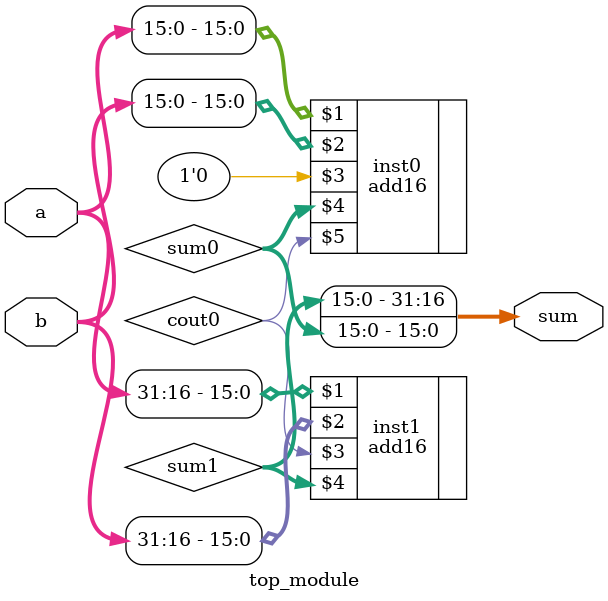
<source format=v>
module top_module(
    input [31:0] a,
    input [31:0] b,
    output [31:0] sum
);
    wire [15:0] sum0,sum1;
    wire cout0;
    
    add16 inst0(a[15:0],b[15:0],1'b0,sum0,cout0); 
    add16 inst1(a[31:16],b[31:16],cout0,sum1);
    assign sum = {sum1,sum0};

endmodule

</source>
